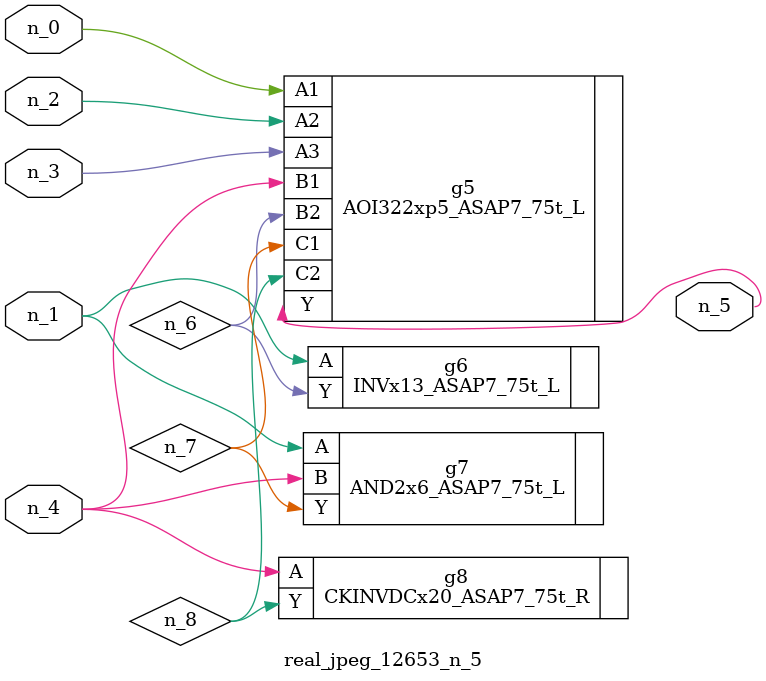
<source format=v>
module real_jpeg_12653_n_5 (n_4, n_0, n_1, n_2, n_3, n_5);

input n_4;
input n_0;
input n_1;
input n_2;
input n_3;

output n_5;

wire n_8;
wire n_6;
wire n_7;

AOI322xp5_ASAP7_75t_L g5 ( 
.A1(n_0),
.A2(n_2),
.A3(n_3),
.B1(n_4),
.B2(n_6),
.C1(n_7),
.C2(n_8),
.Y(n_5)
);

INVx13_ASAP7_75t_L g6 ( 
.A(n_1),
.Y(n_6)
);

AND2x6_ASAP7_75t_L g7 ( 
.A(n_1),
.B(n_4),
.Y(n_7)
);

CKINVDCx20_ASAP7_75t_R g8 ( 
.A(n_4),
.Y(n_8)
);


endmodule
</source>
